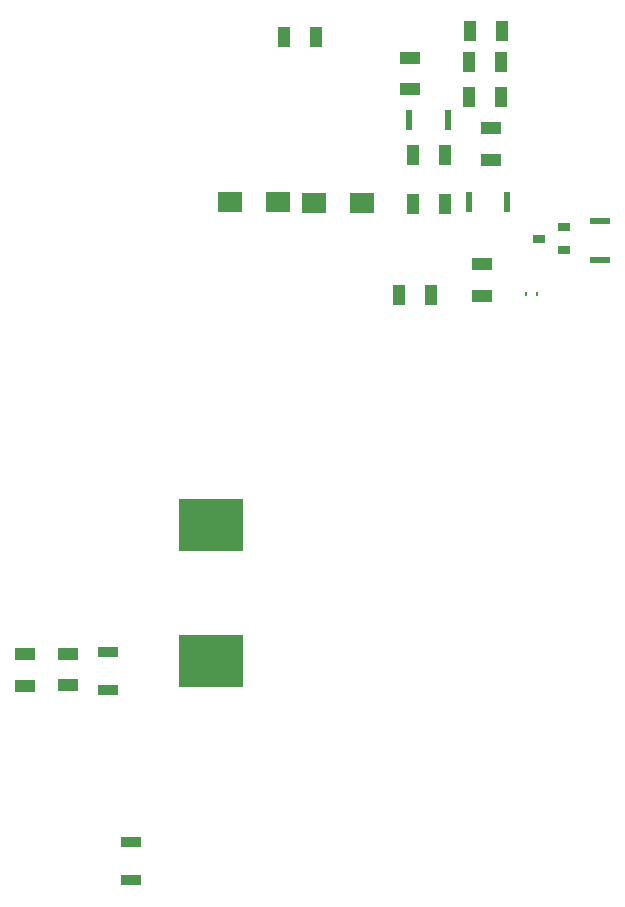
<source format=gtp>
G04*
G04 #@! TF.GenerationSoftware,Altium Limited,Altium Designer,18.0.11 (651)*
G04*
G04 Layer_Color=8421504*
%FSLAX44Y44*%
%MOMM*%
G71*
G01*
G75*
%ADD14R,0.6000X1.7500*%
%ADD15R,1.1000X1.7000*%
%ADD16R,1.7000X1.1000*%
%ADD17R,2.1590X1.7780*%
%ADD18R,1.7500X0.6000*%
%ADD19R,1.0000X0.7000*%
%ADD20R,1.8000X0.8500*%
%ADD21R,5.4000X4.5000*%
%ADD22R,0.2000X0.3000*%
D14*
X1282198Y1535430D02*
D03*
X1314698D02*
D03*
X1231652Y1605026D02*
D03*
X1264152D02*
D03*
D15*
X1282500Y1654000D02*
D03*
X1309500D02*
D03*
X1125500Y1675000D02*
D03*
X1152500D02*
D03*
X1262164Y1533144D02*
D03*
X1235164D02*
D03*
Y1574800D02*
D03*
X1262164D02*
D03*
X1309500Y1624000D02*
D03*
X1282500D02*
D03*
X1249934Y1456182D02*
D03*
X1222934D02*
D03*
X1310500Y1680000D02*
D03*
X1283500D02*
D03*
D16*
X1232000Y1630500D02*
D03*
Y1657500D02*
D03*
X1301000Y1570500D02*
D03*
Y1597500D02*
D03*
X1292860Y1482382D02*
D03*
Y1455382D02*
D03*
X906272Y1152182D02*
D03*
Y1125182D02*
D03*
X942594Y1152944D02*
D03*
Y1125944D02*
D03*
D17*
X1120394Y1535176D02*
D03*
X1079754D02*
D03*
X1151382Y1534160D02*
D03*
X1192022D02*
D03*
D18*
X1393190Y1518914D02*
D03*
Y1486414D02*
D03*
D19*
X1341796Y1504188D02*
D03*
X1362796Y1513688D02*
D03*
Y1494688D02*
D03*
D20*
X995934Y993388D02*
D03*
Y960888D02*
D03*
X976884Y1121670D02*
D03*
Y1154170D02*
D03*
D21*
X1064006Y1261652D02*
D03*
X1064106Y1146952D02*
D03*
D22*
X1339452Y1456944D02*
D03*
X1330452D02*
D03*
M02*

</source>
